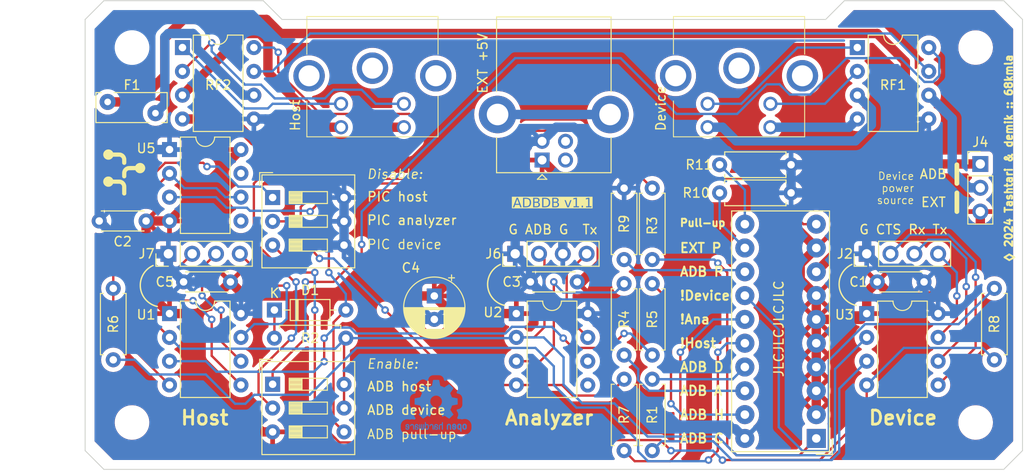
<source format=kicad_pcb>
(kicad_pcb (version 20221018) (generator pcbnew)
  (title_block (title "ADBDB") (date "2024-02-16") (rev "1.1") (company "68kmla") (comment 1 "https://github.com/demik/oldworld/blob/master/EDA/ADBDB/README.md"))
  (layers (0 "F.Cu" signal) (31 "B.Cu" signal) (37 "F.SilkS" user "F.Silkscreen") (38 "B.Mask" user) (39 "F.Mask" user) (44 "Edge.Cuts" user))
  (net 0 "")
  (net 1 "Net-(U3-RA4)")
  (net 2 "Net-(BAR1D-K)")
  (net 3 "Net-(J2-Pin_2)")
  (net 4 "Net-(J2-Pin_3)")
  (net 5 "Net-(J2-Pin_4)")
  (net 6 "GND")
  (net 7 "VBUS")
  (net 10 "Earth")
  (net 11 "Net-(BAR1A-A)")
  (net 12 "ADB_DEVICE")
  (net 13 "ADB_HOST")
  (net 14 "ADB_COMMON")
  (net 15 "Net-(RF2-Pin_6)")
  (net 16 "+5V")
  (net 17 "Net-(RF1-Pin_1)")
  (net 18 "Net-(RF1-Pin_2)")
  (net 19 "Net-(RF1-Pin_3)")
  (net 20 "Net-(RF1-Pin_4)")
  (net 21 "Net-(J4-Pin_2)")
  (net 22 "Net-(RF2-Pin_1)")
  (net 23 "Net-(RF2-Pin_2)")
  (net 24 "Net-(RF2-Pin_3)")
  (net 25 "Net-(RF2-Pin_4)")
  (net 26 "~{MCLR_DEVICE}")
  (net 27 "~{ADB_PWR}")
  (net 28 "Net-(BAR1J-A)")
  (net 29 "Net-(BAR1J-K)")
  (net 30 "Net-(BAR1I-K)")
  (net 31 "Net-(BAR1H-K)")
  (net 32 "Net-(BAR1G-K)")
  (net 33 "Net-(BAR1F-K)")
  (net 34 "Net-(BAR1E-K)")
  (net 35 "Net-(BAR1C-K)")
  (net 36 "Net-(BAR1B-K)")
  (net 39 "Net-(J6-Pin_4)")
  (net 40 "Net-(J7-Pin_2)")
  (net 41 "Net-(J7-Pin_3)")
  (net 42 "Net-(J7-Pin_4)")
  (net 43 "Net-(U2-RA4)")
  (net 44 "Net-(U1-RA4)")
  (net 45 "~{MCLR_HOST}")
  (net 46 "~{MCLR_ANALYZER}")
  (net 47 "Net-(D1-K)")
  (net 48 "Net-(U5-Q)")
  (footprint "Resistor_THT:R_Axial_DIN0207_L6.3mm_D2.5mm_P7.62mm_Horizontal" (layer "F.Cu") (at 130.5 90.38 -90)
    (fp_text reference "R1")
    (fp_text value "270Ω")
  )
  (footprint "Resistor_THT:R_Axial_DIN0207_L6.3mm_D2.5mm_P7.62mm_Horizontal" (layer "F.Cu") (at 127.5 87.81 90)
    (fp_text reference "R4")
    (fp_text value "270Ω")
  )
  (footprint "Resistor_THT:R_Axial_DIN0207_L6.3mm_D2.5mm_P7.62mm_Horizontal" (layer "F.Cu") (at 127.5 98 90)
    (fp_text reference "R7")
    (fp_text value "270Ω")
  )
  (footprint "ADB_logo_5mm:ADB_logo_5mm" (layer "F.Cu") (at 74.168 68.326)
    (fp_text reference "G***" hide)
    (fp_text value "LOGO" hide)
  )
  (footprint "Connector_PinHeader_2.54mm:PinHeader_1x04_P2.54mm_Vertical" (layer "F.Cu") (at 115.88 77 90)
    (fp_text reference "J6")
    (fp_text value "Conn_01x04")
  )
  (footprint "Button_Switch_THT:SW_DIP_SPSTx03_Slide_9.78x9.8mm_W7.62mm_P2.54mm" (layer "F.Cu") (at 90 90.92)
    (fp_text reference "SW1" hide)
    (fp_text value "SW_DIP_x03")
  )
  (footprint "Connector_PinHeader_2.54mm:PinHeader_1x04_P2.54mm_Vertical" (layer "F.Cu") (at 153.38 77 90)
    (fp_text reference "J2")
    (fp_text value "Conn_01x04")
  )
  (footprint "ADBDB:57491811" (layer "F.Cu") (at 136.41 61 180)
    (fp_text reference "J3" hide)
    (fp_text value "Mini-DIN-4" hide)
  )
  (footprint "Resistor_THT:R_Axial_DIN0207_L6.3mm_D2.5mm_P7.62mm_Horizontal" (layer "F.Cu") (at 90.19 86)
    (fp_text reference "R2")
    (fp_text value "470Ω")
  )
  (footprint "Package_DIP:DIP-8_W7.62mm" (layer "F.Cu") (at 116 83.38)
    (fp_text reference "U2")
    (fp_text value "PIC12F1840-IP")
  )
  (footprint "Package_DIP:DIP-8_W7.62mm" (layer "F.Cu") (at 79 65.88)
    (fp_text reference "U5")
    (fp_text value "NE555P")
  )
  (footprint "Connector_PinHeader_2.54mm:PinHeader_1x04_P2.54mm_Vertical" (layer "F.Cu") (at 78.88 77 90)
    (fp_text reference "J7")
    (fp_text value "Conn_01x04")
  )
  (footprint "Resistor_THT:R_Axial_DIN0207_L6.3mm_D2.5mm_P7.62mm_Horizontal" (layer "F.Cu") (at 130.5 80.19 -90)
    (fp_text reference "R5")
    (fp_text value "270Ω")
  )
  (footprint "Package_DIP:DIP-8_W7.62mm" (layer "F.Cu") (at 153.38 83.38)
    (fp_text reference "U3")
    (fp_text value "PIC12F1840-IP")
  )
  (footprint "Resistor_THT:R_Axial_DIN0207_L6.3mm_D2.5mm_P7.62mm_Horizontal" (layer "F.Cu") (at 137.69 70.5)
    (fp_text reference "R10")
    (fp_text value "270Ω")
  )
  (footprint "ADBDB:57491811" (layer "F.Cu") (at 97.3 61 180)
    (fp_text reference "J5" hide)
    (fp_text value "Mini-DIN-4" hide)
  )
  (footprint "Package_DIP:DIP-8_W7.62mm" (layer "F.Cu") (at 79 83.38)
    (fp_text reference "U1")
    (fp_text value "PIC12F1840-IP")
  )
  (footprint "Resistor_THT:R_Axial_DIN0207_L6.3mm_D2.5mm_P7.62mm_Horizontal" (layer "F.Cu") (at 137.69 67.5)
    (fp_text reference "R11")
    (fp_text value "270Ω")
  )
  (footprint "Capacitor_THT:C_Disc_D4.3mm_W1.9mm_P5.00mm" (layer "F.Cu") (at 80.5 80)
    (fp_text reference "C5")
    (fp_text value "100nF")
  )
  (footprint "Resistor_THT:R_Axial_DIN0207_L6.3mm_D2.5mm_P7.62mm_Horizontal" (layer "F.Cu") (at 73 88.31 90)
    (fp_text reference "R6")
    (fp_text value "270Ω")
  )
  (footprint "Connector_USB:USB_B_Lumberg_2411_02_Horizontal" (layer "F.Cu") (at 118.75 67 90)
    (fp_text reference "J1" hide)
    (fp_text value "Amphenol 61729")
  )
  (footprint "Capacitor_THT:C_Disc_D4.3mm_W1.9mm_P5.00mm" (layer "F.Cu") (at 117.5 80)
    (fp_text reference "C3")
    (fp_text value "100nF")
  )
  (footprint "Diode_THT:D_DO-35_SOD27_P7.62mm_Horizontal" (layer "F.Cu") (at 90.19 83)
    (fp_text reference "D1")
    (fp_text value "1N4148")
  )
  (footprint "MountingHole:MountingHole_3.2mm_M3" (layer "F.Cu") (at 75 95)
    (fp_text reference "H4" hide)
    (fp_text value "MountingHole")
  )
  (footprint "Display:HDSP-4840" (layer "F.Cu") (at 148 96.7 180)
    (fp_text reference "BAR1" hide)
    (fp_text value "HDSP-4840")
  )
  (footprint "Package_DIP:DIP-8_W7.62mm" (layer "F.Cu") (at 80.38 55)
    (fp_text reference "RF2")
    (fp_text value "LD11-0246FLF")
  )
  (footprint "MountingHole:MountingHole_3.2mm_M3" (layer "F.Cu") (at 165 95)
    (fp_text reference "H3" hide)
    (fp_text value "MountingHole")
  )
  (footprint "Capacitor_THT:C_Disc_D4.3mm_W1.9mm_P5.00mm" (layer "F.Cu") (at 159.5 80 180)
    (fp_text reference "C1")
    (fp_text value "100nF")
  )
  (footprint "Connector_PinHeader_2.54mm:PinHeader_1x03_P2.54mm_Vertical" (layer "F.Cu") (at 165.5 67.42)
    (fp_text reference "J4")
    (fp_text value "Conn_01x03")
  )
  (footprint "Capacitor_THT:C_Disc_D4.3mm_W1.9mm_P5.00mm" (layer "F.Cu") (at 76.5 73.5 180)
    (fp_text reference "C2")
    (fp_text value "100nF")
  )
  (footprint "Button_Switch_THT:SW_DIP_SPSTx03_Slide_9.78x9.8mm_W7.62mm_P2.54mm" (layer "F.Cu") (at 90 71)
    (fp_text reference "SW2" hide)
    (fp_text value "SW_DIP_x03")
  )
  (footprint "Capacitor_THT:CP_Radial_D6.3mm_P2.50mm" (layer "F.Cu") (at 107.25 81.5 -90)
    (fp_text reference "C4")
    (fp_text value "100uF")
  )
  (footprint "Resistor_THT:R_Axial_DIN0207_L6.3mm_D2.5mm_P7.62mm_Horizontal" (layer "F.Cu") (at 130.5 70 -90)
    (fp_text reference "R3")
    (fp_text value "270Ω")
  )
  (footprint "Fuse:Fuse_Bourns_MF-RHT050" (layer "F.Cu") (at 77.5 62 180)
    (fp_text reference "F1")
    (fp_text value "Polyfuse MF-R020")
  )
  (footprint "Resistor_THT:R_Axial_DIN0207_L6.3mm_D2.5mm_P7.62mm_Horizontal" (layer "F.Cu") (at 127.5 77.62 90)
    (fp_text reference "R9")
    (fp_text value "270Ω")
  )
  (footprint "Package_DIP:DIP-8_W7.62mm" (layer "F.Cu") (at 152.38 55)
    (fp_text reference "RF1")
    (fp_text value "LD11-0246FLF")
  )
  (footprint "Resistor_THT:R_Axial_DIN0207_L6.3mm_D2.5mm_P7.62mm_Horizontal" (layer "F.Cu") (at 167 80.69 -90)
    (fp_text reference "R8")
    (fp_text value "270Ω")
  )
  (footprint "MountingHole:MountingHole_3.2mm_M3" (layer "F.Cu") (at 165 55)
    (fp_text reference "H2" hide)
    (fp_text value "MountingHole")
  )
  (footprint "MountingHole:MountingHole_3.2mm_M3" (layer "F.Cu") (at 75 55)
    (fp_text reference "H1" hide)
    (fp_text value "MountingHole")
  )
  (footprint "Symbol:OSHW-Logo2_7.3x6mm_Copper" (layer "B.Cu") (at 107.442 93.218 180)
    (fp_text reference "REF**" hide)
    (fp_text value "OSHW-Logo2_7.3x6mm_Copper" hide)
  )
  (gr_line (start 163 69.5) (end 163 67.5) (stroke (width 0.5)) (layer "F.SilkS"))
  (gr_line (start 163 72.5) (end 163 70.5) (stroke (width 0.5)) (layer "F.SilkS"))
  (gr_arc (start 77.704247 82.622542) (mid 75.894776 80.600655) (end 77.25 78.25) (stroke (width 0.15)) (layer "F.SilkS"))
  (gr_arc (start 114.757952 82.510983) (mid 112.948481 80.489096) (end 114.303705 78.138441) (stroke (width 0.15)) (layer "F.SilkS"))
  (gr_arc (start 152.257952 82.510983) (mid 150.448481 80.489096) (end 151.803705 78.138441) (stroke (width 0.15)) (layer "F.SilkS"))
  (gr_line (start 89 50) (end 72 50) (stroke (width 0.1)) (layer "Edge.Cuts"))
  (gr_line (start 170 52) (end 168 50) (stroke (width 0.1)) (layer "Edge.Cuts"))
  (gr_line (start 168 100) (end 72 100) (stroke (width 0.1)) (layer "Edge.Cuts"))
  (gr_line (start 70 98) (end 70 52) (stroke (width 0.1)) (layer "Edge.Cuts"))
  (gr_line (start 170 52) (end 170 98) (stroke (width 0.1)) (layer "Edge.Cuts"))
  (gr_line (start 70 98) (end 72 100) (stroke (width 0.1)) (layer "Edge.Cuts"))
  (gr_line (start 70 52) (end 72 50) (stroke (width 0.1)) (layer "Edge.Cuts"))
  (gr_line (start 91 52) (end 89 50) (stroke (width 0.1)) (layer "Edge.Cuts"))
  (gr_line (start 151 50) (end 168 50) (stroke (width 0.1)) (layer "Edge.Cuts"))
  (gr_line (start 149 52) (end 91 52) (stroke (width 0.1)) (layer "Edge.Cuts"))
  (gr_line (start 168 100) (end 170 98) (stroke (width 0.1)) (layer "Edge.Cuts"))
  (gr_line (start 149 52) (end 151 50) (stroke (width 0.1)) (layer "Edge.Cuts"))
  (gr_text "ADB device" (at 100 94.25) (layer "F.SilkS") (effects (font (size 1 1)) (justify left bottom)))
  (gr_text "Host" (at 82.75 94.5) (layer "F.SilkS") (effects (font (size 1.5 1.5) (thickness 0.3) bold)))
  (gr_text "Enable:" (at 100 88.75) (layer "F.SilkS") (effects (font (size 1 1) (thickness 0.125) italic) (justify left)))
  (gr_text "ADB host" (at 100 91.75) (layer "F.SilkS") (effects (font (size 1 1)) (justify left bottom)))
  (gr_text "EXT P" (at 133.35 76.962) (layer "F.SilkS") (effects (font (size 1 1) (thickness 0.2) bold) (justify left bottom)))
  (gr_text "PIC host" (at 100 71.5) (layer "F.SilkS") (effects (font (size 1 1)) (justify left bottom)))
  (gr_text "ADB P" (at 133.35 79.502) (layer "F.SilkS") (effects (font (size 1 1) (thickness 0.2) bold) (justify left bottom)))
  (gr_text "Device" (at 132 64 90) (layer "F.SilkS") (effects (font (size 1 1)) (justify left bottom)))
  (gr_text "PIC analyzer" (at 100 74) (layer "F.SilkS") (effects (font (size 1 1)) (justify left bottom)))
  (gr_text "Host" (at 93 64 90) (layer "F.SilkS") (effects (font (size 1 1)) (justify left bottom)))
  (gr_text "Device\npower\nsource" (at 158.5 70) (layer "F.SilkS") (effects (font (size 0.8 0.8) (thickness 0.1)) (justify right)))
  (gr_text "ADB" (at 162 68.5) (layer "F.SilkS") (effects (font (size 1 1)) (justify right)))
  (gr_text "!Device" (at 133.35 82.042) (layer "F.SilkS") (effects (font (size 1 1) (thickness 0.2) bold) (justify left bottom)))
  (gr_text "ADB A" (at 133.35 92.202) (layer "F.SilkS") (effects (font (size 1 1) (thickness 0.2) bold) (justify left bottom)))
  (gr_text "EXT" (at 160.5 71.5) (layer "F.SilkS") (effects (font (size 1 1))))
  (gr_text "Analyzer" (at 119.5 94.5) (layer "F.SilkS") (effects (font (size 1.5 1.5) (thickness 0.3) bold)))
  (gr_text "G ADB G  Tx" (at 115.062 75) (layer "F.SilkS") (effects (font (size 1 1)) (justify left bottom)))
  (gr_text "!Ana" (at 133.35 84.582) (layer "F.SilkS") (effects (font (size 1 1) (thickness 0.2) bold) (justify left bottom)))
  (gr_text "!Host" (at 133.35 87.122) (layer "F.SilkS") (effects (font (size 1 1) (thickness 0.2) bold) (justify left bottom)))
  (gr_text "PIC device" (at 100 76) (layer "F.SilkS") (effects (font (size 1 1) (thickness 0.125)) (justify left)))
  (gr_text "EXT +5V" (at 113 60 90) (layer "F.SilkS") (effects (font (size 1 1)) (justify left bottom)))
  (gr_text "◊ 2024 Tashtari & demik :: 68kmla" (at 169 78 90) (layer "F.SilkS") (effects (font (size 0.8 0.8) (thickness 0.2) bold) (justify left bottom)))
  (gr_text "ADB H" (at 133.35 94.742) (layer "F.SilkS") (effects (font (size 1 1) (thickness 0.2) bold) (justify left bottom)))
  (gr_text "ADB D" (at 133.35 89.662) (layer "F.SilkS") (effects (font (size 1 1) (thickness 0.2) bold) (justify left bottom)))
  (gr_text "ADB C" (at 133.35 97.282) (layer "F.SilkS") (effects (font (size 1 1) (thickness 0.2) bold) (justify left bottom)))
  (gr_text "Pull-up" (at 133.35 74.168) (layer "F.SilkS") (effects (font (size 0.8 0.8) (thickness 0.2) bold) (justify left bottom)))
  (gr_text "Device" (at 157.25 94.5) (layer "F.SilkS") (effects (font (size 1.5 1.5) (thickness 0.3) bold)))
  (gr_text "Disable:" (at 100 68.5) (layer "F.SilkS") (effects (font (size 1 1) (thickness 0.125) italic) (justify left)))
  (gr_text "JLCJLCJLCJLC" (at 144 85 90) (layer "F.SilkS") (effects (font (size 1 1))))
  (gr_text "G CTS Rx Tx" (at 152.5 75) (layer "F.SilkS") (effects (font (size 1 1)) (justify left bottom)))
  (gr_text "ADBDB v1.1" (at 119.888 71.628) (layer "F.SilkS" knockout) (effects (font (size 1 1))))
  (gr_text "ADB pull-up" (at 100 96.25) (layer "F.SilkS") (effects (font (size 1 1) (thickness 0.125)) (justify left)))
  (segment (start 150.45 98.204792) (end 149.654792 99) (width 0.25) (layer "B.Cu") (net 1))
  (segment (start 131.5 97) (end 130.5 98) (width 0.25) (layer "B.Cu") (net 1))
  (segment (start 150.45 91.39) (end 150.45 98.204792) (width 0.25) (layer "B.Cu") (net 1))
  (segment (start 137 97) (end 131.5 97) (width 0.25) (layer "B.Cu") (net 1))
  (segment (start 149.654792 99) (end 139 99) (width 0.25) (layer "B.Cu") (net 1))
  (segment (start 139 99) (end 137 97) (width 0.25) (layer "B.Cu") (net 1))
  (segment (start 153.38 88.46) (end 150.45 91.39) (width 0.25) (layer "B.Cu") (net 1))
  (segment (start 130.5 90.38) (end 139.08 90.38) (width 0.25) (layer "B.Cu") (net 2))
  (segment (start 139.08 90.38) (end 140.38 89.08) (width 0.25) (layer "B.Cu") (net 2))
  (segment (start 165 87) (end 165 79.5) (width 0.25) (layer "F.Cu") (net 3))
  (segment (start 161 91) (end 165 87) (width 0.25) (layer "F.Cu") (net 3))
  (via (at 165 79.5) (size 0.8) (drill 0.4) (layers "F.Cu" "B.Cu") (net 3))
  (segment (start 165 79.5) (end 165 77.863604) (width 0.25) (layer "B.Cu") (net 3))
  (segment (start 162.096396 74.96) (end 157.96 74.96) (width 0.25) (layer "B.Cu") (net 3))
  (segment (start 157.96 74.96) (end 155.92 77) (width 0.25) (layer "B.Cu") (net 3))
  (segment (start 165 77.863604) (end 162.096396 74.96) (width 0.25) (layer "B.Cu") (net 3))
  (segment (start 164 85.46) (end 164 80.5) (width 0.25) (layer "F.Cu") (net 4))
  (segment (start 161 88.46) (end 164 85.46) (width 0.25) (layer "F.Cu") (net 4))
  (via (at 164 80.5) (size 0.8) (drill 0.4) (layers "F.Cu" "B.Cu") (net 4))
  (segment (start 159.96 75.5) (end 158.46 77) (width 0.25) (layer "B.Cu") (net 4))
  (segment (start 164 77.5) (end 162 75.5) (width 0.25) (layer "B.Cu") (net 4))
  (segment (start 164 80.5) (end 164 77.5) (width 0.25) (layer "B.Cu") (net 4))
  (segment (start 162 75.5) (end 159.96 75.5) (width 0.25) (layer "B.Cu") (net 4))
  (segment (start 163 83.92) (end 163 81.5) (width 0.25) (layer "F.Cu") (net 5))
  (segment (start 161 85.92) (end 163 83.92) (width 0.25) (layer "F.Cu") (net 5))
  (via (at 163 81.5) (size 0.8) (drill 0.4) (layers "F.Cu" "B.Cu") (net 5))
  (segment (start 163 81.5) (end 163 79) (width 0.25) (layer "B.Cu") (net 5))
  (segment (start 163 79) (end 161 77) (width 0.25) (layer "B.Cu") (net 5))
  (segment (start 86.62 83.38) (end 93.92 76.08) (width 1) (layer "B.Cu") (net 6))
  (segment (start 127.5 68.86863) (end 122.13137 63.5) (width 1) (layer "B.Cu") (net 6))
  (segment (start 131.5 66) (end 138.5 66) (width 1) (layer "B.Cu") (net 6))
  (segment (start 115.92 75.04) (end 115.88 75) (width 1) (layer "B.Cu") (net 6))
  (segment (start 117.5 78.62) (end 115.88 77) (width 1) (layer "B.Cu") (net 6))
  (segment (start 71.5 71) (end 76.62 65.88) (width 1) (layer "B.Cu") (net 6))
  (segment (start 120.96 75.04) (end 115.92 75.04) (width 1) (layer "B.Cu") (net 6))
  (segment (start 159.5 81.88) (end 161 83.38) (width 1) (layer "B.Cu") (net 6))
  (segment (start 75 77) (end 78.88 77) (width 1) (layer "B.Cu") (net 6))
  (segment (start 155.12 67.5) (end 145.31 67.5) (width 1) (layer "B.Cu") (net 6))
  (segment (start 97.62 71) (end 89.24 62.62) (width 1) (layer "B.Cu") (net 6))
  (segment (start 120.88 83.38) (end 117.5 80) (width 1) (layer "B.Cu") (net 6))
  (segment (start 145.31 70.5) (end 148.73 70.5) (width 1) (layer "B.Cu") (net 6))
  (segment (start 89.24 62.62) (end 88 62.62) (width 1) (layer "B.Cu") (net 6))
  (segment (start 127.5 70) (end 127.5 68.86863) (width 1) (layer "B.Cu") (net 6))
  (segment (start 140 67.5) (end 145.31 67.5) (width 1) (layer "B.Cu") (net 6))
  (segment (start 117.5 80) (end 117.5 78.62) (width 1) (layer "B.Cu") (net 6))
  (segment (start 83.24 80) (end 86.62 83.38) (width 1) (layer "B.Cu") (net 6))
  (segment (start 107.25 84) (end 112.38 84) (width 1) (layer "B.Cu") (net 6))
  (segment (start 97.62 76.08) (end 105.54 84) (width 1) (layer "B.Cu") (net 6))
  (segment (start 117.61863 65) (end 118.75 65) (width 1) (layer "B.Cu") (net 6))
  (segment (start 158.05 78.55) (end 159.5 80) (width 1) (layer "B.Cu") (net 6))
  (segment (start 139.355 95.675) (end 130.673679 95.675) (width 1) (layer "B.Cu") (net 6))
  (segment (start 115.88 66.73863) (end 117.61863 65) (width 1) (layer "B.Cu") (net 6))
  (segment (start 125.5 90.501321) (end 125.5 85.26) (width 1) (layer "B.Cu") (net 6))
  (segment (start 116.38 80) (end 117.5 80) (width 1) (layer "B.Cu") (net 6))
  (segment (start 145.31 67.5) (end 145.31 70.5) (width 1) (layer "B.Cu") (net 6))
  (segment (start 130.673679 95.675) (end 125.5 90.501321) (width 1) (layer "B.Cu") (net 6))
  (segment (start 80.5 80) (end 83.24 80) (width 1) (layer "B.Cu") (net 6))
  (segment (start 148.73 70.5) (end 153.38 75.15) (width 1) (layer "B.Cu") (net 6))
  (segment (start 140.38 96.7) (end 139.355 95.675) (width 1) (layer "B.Cu") (net 6))
  (segment (start 153.38 75.15) (end 153.38 77) (width 1) (layer "B.Cu") (net 6))
  (segment (start 120.96 77) (end 120.96 75.04) (width 1) (layer "B.Cu") (net 6))
  (segment (start 138.5 66) (end 140 67.5) (width 1) (layer "B.Cu") (net 6))
  (segment (start 76.62 65.88) (end 79 65.88) (width 1) (layer "B.Cu") (net 6))
  (segment (start 127.5 70) (end 131.5 66) (width 1) (layer "B.Cu") (net 6))
  (segment (start 154.93 78.55) (end 158.05 78.55) (width 1) (layer "B.Cu") (net 6))
  (segment (start 115.88 75) (end 115.88 66.73863) (width 1) (layer "B.Cu") (net 6))
  (segment (start 105.54 84) (end 107.25 84) (width 1) (layer "B.Cu") (net 6))
  (segment (start 153.38 77) (end 154.93 78.55) (width 1) (layer "B.Cu") (net 6))
  (segment (start 112.38 84) (end 116.38 80) (width 1) (layer "B.Cu") (net 6))
  (segment (start 93.92 76.08) (end 97.62 76.08) (width 1) (layer "B.Cu") (net 6))
  (segment (start 120.25 63.5) (end 118.75 65) (width 1) (layer "B.Cu") (net 6))
  (segment (start 97.62 76.08) (end 97.62 71) (width 1) (layer "B.Cu") (net 6))
  (segment (start 160 62.62) (end 155.12 67.5) (width 1) (layer "B.Cu") (net 6))
  (segment (start 78.88 77) (end 78.88 78.38) (width 1) (layer "B.Cu") (net 6))
  (segment (start 125.5 85.26) (end 123.62 83.38) (width 1) (layer "B.Cu") (net 6))
  (segment (start 115.88 77) (end 115.88 75) (width 1) (layer "B.Cu") (net 6))
  (segment (start 78.88 78.38) (end 80.5 80) (width 1) (layer "B.Cu") (net 6))
  (segment (start 71.5 73.5) (end 75 77) (width 1) (layer "B.Cu") (net 6))
  (segment (start 123.62 83.38) (end 120.88 83.38) (width 1) (layer "B.Cu") (net 6))
  (segment (start 122.13137 63.5) (end 120.25 63.5) (width 1) (layer "B.Cu") (net 6))
  (segment (start 71.5 73.5) (end 71.5 71) (width 1) (layer "B.Cu") (net 6))
  (segment (start 159.5 80) (end 159.5 81.88) (width 1) (layer "B.Cu") (net 6))
  (segment (start 107.25 81.5) (end 116.625 72.125) (width 1) (layer "F.Cu") (net 7))
  (segment (start 146.284 78.096) (end 146.284 79.744) (width 1) (layer "F.Cu") (net 7))
  (segment (start 123 80) (end 122.5 80) (width 1) (layer "F.Cu") (net 7))
  (segment (start 88.86863 96) (end 82.12 89.25137) (width 1) (layer "F.Cu") (net 7))
  (segment (start 76.5 80.88) (end 76.5 73.5) (width 1) (layer "F.Cu") (net 7))
  (segment (start 87 81.5) (end 85.5 80) (width 1) (layer "F.Cu") (net 7))
  (segment (start 143.62 72) (end 126.35 72) (width 1) (layer "F.Cu") (net 7))
  (segment (start 153.38 81.12) (end 154.5 80) (width 1) (layer "F.Cu") (net 7))
  (segment (start 153.38 83.38) (end 153.38 81.12) (width 1) (layer "F.Cu") (net 7))
  (segment (start 125.05 77.95) (end 123 80) (width 1) (layer "F.Cu") (net 7))
  (segment (start 82.12 83.38) (end 79 83.38) (width 1) (layer "F.Cu") (net 7))
  (segment (start 107.25 81.5) (end 87 81.5) (width 1) (layer "F.Cu") (net 7))
  (segment (start 156 81.5) (end 160.5 81.5) (width 1) (layer "F.Cu") (net 7))
  (segment (start 85.5 80) (end 82.12 83.38) (width 1) (layer "F.Cu") (net 7))
  (segment (start 148 94.16) (end 148 81.46) (width 1) (layer "F.Cu") (net 7))
  (segment (start 109.13 83.38) (end 107.25 81.5) (width 1) (layer "F.Cu") (net 7))
  (segment (start 118.75 67) (end 123.875 72.125) (width 1) (layer "F.Cu") (net 7))
  (segment (start 148 84) (end 152.76 84) (width 1) (layer "F.Cu") (net 7))
  (segment (start 154.5 80) (end 156 81.5) (width 1) (layer "F.Cu") (net 7))
  (segment (start 86.62 65.88) (end 79 73.5) (width 1) (layer "F.Cu") (net 7))
  (segment (start 148 76.38) (end 143.62 72) (width 1) (layer "F.Cu") (net 7))
  (segment (start 123.875 72.125) (end 125.05 73.3) (width 1) (layer "F.Cu") (net 7))
  (segment (start 146.284 79.744) (end 148 81.46) (width 1) (layer "F.Cu") (net 7))
  (segment (start 160.5 81.5) (end 165.5 76.5) (width 1) (layer "F.Cu") (net 7))
  (segment (start 148 76.38) (end 146.284 78.096) (width 1) (layer "F.Cu") (net 7))
  (segment (start 79 83.38) (end 76.5 80.88) (width 1) (layer "F.Cu") (net 7))
  (segment (start 125.05 73.3) (end 125.05 77.95) (width 1) (layer "F.Cu") (net 7))
  (segment (start 152.76 84) (end 153.38 83.38) (width 1) (layer "F.Cu") (net 7))
  (segment (start 82.12 89.25137) (end 82.12 83.38) (width 1) (layer "F.Cu") (net 7))
  (segment (start 126.35 72) (end 125.05 73.3) (width 1) (layer "F.Cu") (net 7))
  (segment (start 90 96) (end 88.86863 96) (width 1) (layer "F.Cu") (net 7))
  (segment (start 76.5 73.5) (end 79 73.5) (width 1) (layer "F.Cu") (net 7))
  (segment (start 116 83.38) (end 109.13 83.38) (width 1) (layer "F.Cu") (net 7))
  (segment (start 116.625 72.125) (end 123.875 72.125) (width 1) (layer "F.Cu") (net 7))
  (segment (start 165.5 76.5) (end 165.5 72.5) (width 1) (layer "F.Cu") (net 7))
  (segment (start 114 62.14) (end 126 62.14) (width 1) (layer "B.Cu") (net 10))
  (segment (start 138.5 79) (end 137.5 78) (width 0.25) (layer "F.Cu") (net 11))
  (segment (start 146.2 98.5) (end 139.5 98.5) (width 0.25) (layer "F.Cu") (net 11))
  (segment (start 148 96.7) (end 146.2 98.5) (width 0.25) (layer "F.Cu") (net 11))
  (segment (start 138.5 97.5) (end 138.5 79) (width 0.25) (layer "F.Cu") (net 11))
  (segment (start 139.5 98.5) (end 138.5 97.5) (width 0.25) (layer "F.Cu") (net 11))
  (via (at 137.5 78) (size 0.8) (drill 0.4) (layers "F.Cu" "B.Cu") (net 11))
  (segment (start 137.5 78) (end 137.12 77.62) (width 0.25) (layer "B.Cu") (net 11))
  (segment (start 137.12 77.62) (end 130.5 77.62) (width 0.25) (layer "B.Cu") (net 11))
  (segment (start 99.5 76) (end 99.5 77) (width 0.25) (layer "F.Cu") (net 12))
  (segment (start 99.5 77) (end 96.5 80) (width 0.25) (layer "F.Cu") (net 12))
  (segment (start 90 89.5) (end 93.5 86) (width 0.25) (layer "F.Cu") (net 12))
  (segment (start 90 90.92) (end 90 89.5) (width 0.25) (layer "F.Cu") (net 12))
  (segment (start 96.5 80) (end 93.5 80) (width 0.25) (layer "F.Cu") (net 12))
  (via (at 99.5 76) (size 0.8) (drill 0.4) (layers "F.Cu" "B.Cu") (net 12))
  (via (at 93.5 86) (size 0.8) (drill 0.4) (layers "F.Cu" "B.Cu") (net 12))
  (via (at 93.5 80) (size 0.8) (drill 0.4) (layers "F.Cu" "B.Cu") (net 12))
  (segment (start 147.34967 60.013) (end 145.17333 60.013) (width 0.25) (layer "B.Cu") (net 12))
  (segment (start 161.125 56.125) (end 161.125 58.005991) (width 0.25) (layer "B.Cu") (net 12))
  (segment (start 151.23767 56.125) (end 147.34967 60.013) (width 0.25) (layer "B.Cu") (net 12))
  (segment (start 156.994009 56.125) (end 151.23767 56.125) (width 0.25) (layer "B.Cu") (net 12))
  (segment (start 144.080165 58.919835) (end 142.716561 58.919835) (width 0.25) (layer "B.Cu") (net 12))
  (segment (start 142.716561 58.919835) (end 139.556896 62.0795) (width 0.25) (layer "B.Cu") (net 12))
  (segment (start 127.125 56.125) (end 115.875 56.125) (width 0.25) (layer "B.Cu") (net 12))
  (segment (start 145.17333 60.013) (end 144.080165 58.919835) (width 0.25) (layer "B.Cu") (net 12))
  (segment (start 133.0795 62.0795) (end 127.125 56.125) (width 0.25) (layer "B.Cu") (net 12))
  (segment (start 115.875 56.125) (end 99.5 72.5) (width 0.25) (layer "B.Cu") (net 12))
  (segment (start 160 55) (end 161.125 56.125) (width 0.25) (layer "B.Cu") (net 12))
  (segment (start 160.465991 58.665) (end 159.534009 58.665) (width 0.25) (layer "B.Cu") (net 12))
  (segment (start 139.556896 62.0795) (end 133.0795 62.0795) (width 0.25) (layer "B.Cu") (net 12))
  (segment (start 161.125 58.005991) (end 160.465991 58.665) (width 0.25) (layer "B.Cu") (net 12))
  (segment (start 99.5 72.5) (end 99.5 76) (width 0.25) (layer "B.Cu") (net 12))
  (segment (start 159.534009 58.665) (end 156.994009 56.125) (width 0.25) (layer "B.Cu") (net 12))
  (segment (start 93.5 80) (end 93.5 86) (width 0.25) (layer "B.Cu") (net 12))
  (segment (start 95.0795 62.0795) (end 90.5995 57.5995) (width 0.25) (layer "F.Cu") (net 13))
  (segment (start 92.5 80) (end 92.329009 80) (width 0.25) (layer "F.Cu") (net 13))
  (segment (start 92.329009 80) (end 88 75.670991) (width 0.25) (layer "F.Cu") (net 13))
  (segment (start 88.5 91.96) (end 90 93.46) (width 0.25) (layer "F.Cu") (net 13))
  (segment (start 104.5795 62.0795) (end 95.0795 62.0795) (width 0.25) (layer "F.Cu") (net 13))
  (segment (start 104.5 66) (end 105.5 65) (width 0.25) (layer "F.Cu") (net 13))
  (segment (start 105.5 65) (end 105.5 63) (width 0.25) (layer "F.Cu") (net 13))
  (segment (start 88 69.5) (end 91.5 66) (width 0.25) (layer "F.Cu") (net 13))
  (segment (start 91.5 66) (end 104.5 66) (width 0.25) (layer "F.Cu") (net 13))
  (segment (start 90.5995 57.5995) (end 90.5995 55.5) (width 0.25) (layer "F.Cu") (net 13))
  (segment (start 88 75.670991) (end 88 69.5) (width 0.25) (layer "F.Cu") (net 13))
  (segment (start 92 86) (end 88.5 89.5) (width 0.25) (layer "F.Cu") (net 13))
  (segment (start 105.5 63) (end 104.5795 62.0795) (width 0.25) (layer "F.Cu") (net 13))
  (segment (start 88.5 89.5) (end 88.5 91.96) (width 0.25) (layer "F.Cu") (net 13))
  (via (at 92 86) (size 0.8) (drill 0.4) (layers "F.Cu" "B.Cu") (net 13))
  (via (at 90.5995 55.5) (size 0.8) (drill 0.4) (layers "F.Cu" "B.Cu") (net 13))
  (via (at 92.5 80) (size 0.8) (drill 0.4) (layers "F.Cu" "B.Cu") (net 13))
  (segment (start 90.5995 55.5) (end 90.0995 55) (width 0.25) (layer "B.Cu") (net 13))
  (segment (start 92.5 85.5) (end 92 86) (width 0.25) (layer "B.Cu") (net 13))
  (segment (start 90.0995 55) (end 88 55) (width 0.25) (layer "B.Cu") (net 13))
  (segment (start 92.5 80) (end 92.5 85.5) (width 0.25) (layer "B.Cu") (net 13))
  (segment (start 119 77.58) (end 118.42 77) (width 0.25) (layer "F.Cu") (net 14))
  (segment (start 119 84.823604) (end 119 77.58) (width 0.25) (layer "F.Cu") (net 14))
  (segment (start 117.903604 85.92) (end 119 84.823604) (width 0.25) (layer "F.Cu") (net 14))
  (segment (start 116 85.92) (end 117.903604 85.92) (width 0.25) (layer "F.Cu") (net 14))
  (segment (start 75 81.92) (end 79 85.92) (width 0.25) (layer "F.Cu") (net 14))
  (segment (start 97.62 90.92) (end 97.62 86.19) (width 0.25) (layer "F.Cu") (net 14))
  (segment (start 97.62 93.46) (end 97.62 90.92) (width 0.25) (layer "F.Cu") (net 14))
  (segment (start 75 72.42) (end 75 81.92) (width 0.25) (layer "F.Cu") (net 14))
  (segment (start 79 68.42) (end 75 72.42) (width 0.25) (layer "F.Cu") (net 14))
  (segment (start 80.58 70) (end 79 68.42) (width 0.25) (layer "B.Cu") (net 14))
  (segment (start 121.04 90.96) (end 123.04 92.96) (width 0.25) (layer "B.Cu") (net 14))
  (segment (start 79 85.92) (end 80.205 87.125) (width 0.25) (layer "B.Cu") (net 14))
  (segment (start 86.62 70.96) (end 84.96 70.96) (width 0.25) (layer "B.Cu") (net 14))
  (segment (start 126.46 92.96) (end 123.04 92.96) (width 0.25) (layer "B.Cu") (net 14))
  (segment (start 118.92 85.92) (end 116 85.92) (width 0.25) (layer "B.Cu") (net 14))
  (segment (start 130 96.5) (end 126.46 92.96) (width 0.25) (layer "B.Cu") (net 14))
  (segment (start 84.96 70.96) (end 84 70) (width 0.25) (layer "B.Cu") (net 14))
  (segment (start 97.81 86) (end 115.92 86) (width 0.25) (layer "B.Cu") (net 14))
  (segment (start 121.04 88.04) (end 118.92 85.92) (width 0.25) (layer "B.Cu") (net 14))
  (segment (start 150 98.018396) (end 150 89.3) (width 0.25) (layer "B.Cu") (net 14))
  (segment (start 139.491 98.491) (end 149.527396 98.491) (width 0.25) (layer "B.Cu") (net 14))
  (segment (start 137.5 96.5) (end 139.491 98.491) (width 0.25) (layer "B.Cu") (net 14))
  (segment (start 121.04 90.96) (end 121.04 88.04) (width 0.25) (layer "B.Cu") (net 14))
  (segment (start 84 70) (end 80.58 70) (width 0.25) (layer "B.Cu") (net 14))
  (segment (start 150 89.3) (end 153.38 85.92) (width 0.25) (layer "B.Cu") (net 14))
  (segment (start 130 96.5) (end 137.5 96.5) (width 0.25) (layer "B.Cu") (net 14))
  (segment (start 80.205 87.125) (end 96.685 87.125) (width 0.25) (layer "B.Cu") (net 14))
  (segment (start 149.527396 98.491) (end 150 98.018396) (width 0.25) (layer "B.Cu") (net 14))
  (segment (start 96.685 87.125) (end 97.81 86) (width 0.25) (layer "B.Cu") (net 14))
  (segment (start 78.88 53.5) (end 81.5 53.5) (width 1) (layer "B.Cu") (net 15))
  (segment (start 81.88 53.88) (end 81.88 55.09137) (width 1) (layer "B.Cu") (net 15))
  (segment (start 78.5 61) (end 78.5 53.88) (width 1) (layer "B.Cu") (net 15))
  (segment (start 77.5 62) (end 78.5 61) (width 1) (layer "B.Cu") (net 15))
  (segment (start 86.86863 60.08) (end 88 60.08) (width 1) (layer "B.Cu") (net 15))
  (segment (start 81.88 55.09137) (end 86.86863 60.08) (width 1) (layer "B.Cu") (net 15))
  (segment (start 78.5 53.88) (end 78.88 53.5) (width 1) (layer "B.Cu") (net 15))
  (segment (start 81.5 53.5) (end 81.88 53.88) (width 1) (layer "B.Cu") (net 15))
  (segment (start 154.5 53.5) (end 90.85 53.5) (width 1) (layer "F.Cu") (net 16))
  (segment (start 157.5 56.5) (end 154.5 53.5) (width 1) (layer "F.Cu") (net 16))
  (segment (start 72.4 60.8) (end 75.7 60.8) (width 1) (layer "F.Cu") (net 16))
  (segment (start 78.5 58) (end 78.5 54) (width 1) (layer "F.Cu") (net 16))
  (segment (start 80.5 52) (end 89.35 52) (width 1) (layer "F.Cu") (net 16))
  (segment (start 90.85 53.5) (end 89.35 52) (width 1) (layer "F.Cu") (net 16))
  (segment (start 78.5 54) (end 80.5 52) (width 1) (layer "F.Cu") (net 16))
  (segment (start 159.5 67.42) (end 157.5 65.42) (width 1) (layer "F.Cu") (net 16))
  (segment (start 165.5 67.42) (end 159.5 67.42) (width 1) (layer "F.Cu") (net 16))
  (segment (start 159.5 67.42) (end 148 78.92) (width 1) (layer "F.Cu") (net 16))
  (segment (start 75.7 60.8) (end 78.5 58) (width 1) (layer "F.Cu") (net 16))
  (segment (start 157.5 65.42) (end 157.5 56.5) (width 1) (layer "F.Cu") (net 16))
  (segment (start 146 55) (end 152.38 55) (width 0.25) (layer "B.Cu") (net 17))
  (segment (start 136.41 61) (end 140 61) (width 0.25) (layer "B.Cu") (net 17))
  (segment (start 140 61) (end 146 55) (width 0.25) (layer "B.Cu") (net 17))
  (segment (start 148.92 61) (end 152.38 57.54) (width 0.25) (layer "B.Cu") (net 18))
  (segment (start 143.11 61) (end 148.92 61) (width 0.25) (layer "B.Cu") (net 18))
  (segment (start 152.166821 64.9545) (end 139.4545 64.9545) (width 1) (layer "B.Cu") (net 19))
  (segment (start 152.38 60.08) (end 153.88 61.58) (width 1) (layer "B.Cu") (net 19))
  (segment (start 138 63.5) (end 136.41 63.5) (width 1) (layer "B.Cu") (net 19))
  (segment (start 153.88 63.241321) (end 152.166821 64.9545) (width 1) (layer "B.Cu") (net 19))
  (segment (start 153.88 61.58) (end 153.88 63.241321) (width 1) (layer "B.Cu") (net 19))
  (segment (start 139.4545 64.9545) (end 138 63.5) (width 1) (layer "B.Cu") (net 19))
  (segment (start 152.38 62.62) (end 151.5 63.5) (width 1) (layer "B.Cu") (net 20))
  (segment (start 151.5 63.5) (end 143.11 63.5) (width 1) (layer "B.Cu") (net 20))
  (segment (start 165.5 69.96) (end 164.297919 69.96) (width 1) (layer "B.Cu") (net 21))
  (segment (start 162.5 62.58) (end 160 60.08) (width 1) (layer "B.Cu") (net 21))
  (segment (start 164.297919 69.96) (end 162.5 68.162081) (width 1) (layer "B.Cu") (net 21))
  (segment (start 162.5 68.162081) (end 162.5 62.58) (width 1) (layer "B.Cu") (net 21))
  (segment (start 86.995 61.495) (end 80.5 55) (width 0.25) (layer "B.Cu") (net 22))
  (segment (start 89.995 61) (end 89.5 61.495) (width 0.25) (layer "B.Cu") (net 22))
  (segment (start 89.5 61.495) (end 86.995 61.495) (width 0.25) (layer "B.Cu") (net 22))
  (segment (start 97.3 61) (end 89.995 61) (width 0.25) (layer "B.Cu") (net 22))
  (segment (start 83.5 54.5) (end 83.42 54.5) (width 0.25) (layer "F.Cu") (net 23))
  (segment (start 83.42 54.5) (end 80.38 57.54) (width 0.25) (layer "F.Cu") (net 23))
  (via (at 83.5 54.5) (size 0.8) (drill 0.4) (layers "F.Cu" "B.Cu") (net 23))
  (segment (start 87.045 58.955) (end 88.75599 58.955) (width 0.25) (layer "B.Cu") (net 23))
  (segment (start 101 61) (end 104 61) (width 0.25) (layer "B.Cu") (net 23))
  (segment (start 99.5 59.5) (end 101 61) (width 0.25) (layer "B.Cu") (net 23))
  (segment (start 90.225991 60.425) (end 95.575 60.425) (width 0.25) (layer "B.Cu") (net 23))
  (segment (start 95.575 60.425) (end 96.5 59.5) (width 0.25) (layer "B.Cu") (net 23))
  (segment (start 83.5 55.41) (end 83.5 54.5) (width 0.25) (layer "B.Cu") (net 23))
  (segment (start 96.5 59.5) (end 99.5 59.5) (width 0.25) (layer "B.Cu") (net 23))
  (segment (start 88.75599 58.955) (end 90.225991 60.425) (width 0.25) (layer "B.Cu") (net 23))
  (segment (start 87.045 58.955) (end 83.5 55.41) (width 0.25) (layer "B.Cu") (net 23))
  (segment (start 97.3 63.5) (end 95.333274 63.5) (width 1) (layer "F.Cu") (net 24))
  (segment (start 89.5 54.378679) (end 88.621321 53.5) (width 1) (layer "F.Cu") (net 24))
  (segment (start 88.621321 53.5) (end 86.96 53.5) (width 1) (layer "F.Cu") (net 24))
  (segment (start 86.96 53.5) (end 80.38 60.08) (width 1) (layer "F.Cu") (net 24))
  (segment (start 95.333274 63.5) (end 89.5 57.666726) (width 1) (layer "F.Cu") (net 24))
  (segment (start 89.5 57.666726) (end 89.5 54.378679) (width 1) (layer "F.Cu") (net 24))
  (segment (start 87.9545 64.9545) (end 85.62 62.62) (width 1) (layer "F.Cu") (net 25))
  (segment (start 85.62 62.62) (end 80.38 62.62) (width 1) (layer "F.Cu") (net 25))
  (segment (start 104 63.5) (end 101.4545 63.5) (width 1) (layer "F.Cu") (net 25))
  (segment (start 101.4545 63.5) (end 100 64.9545) (width 1) (layer "F.Cu") (net 25))
  (segment (start 100 64.9545) (end 87.9545 64.9545) (width 1) (layer "F.Cu") (net 25))
  (segment (start 92.92 79) (end 90 76.08) (width 0.25) (layer "F.Cu") (net 26))
  (segment (start 132.5 98) (end 131.375 96.875) (width 0.25) (layer "F.Cu") (net 26))
  (segment (start 148.382 99) (end 138 99) (width 0.25) (layer "F.Cu") (net 26))
  (segment (start 94.5 79) (end 92.92 79) (width 0.25) (layer "F.Cu") (net 26))
  (segment (start 102.915991 96.875) (end 102.665991 97.125) (width 0.25) (layer "F.Cu") (net 26))
  (segment (start 102.665991 97.125) (end 97.125 97.125) (width 0.25) (layer "F.Cu") (net 26))
  (segment (start 131.375 96.875) (end 102.915991 96.875) (width 0.25) (layer "F.Cu") (net 26))
  (segment (start 153.38 94.002) (end 148.382 99) (width 0.25) (layer "F.Cu") (net 26))
  (segment (start 97.125 97.125) (end 94.5 94.5) (width 0.25) (layer "F.Cu") (net 26))
  (segment (start 153.38 91) (end 153.38 94.002) (width 0.25) (layer "F.Cu") (net 26))
  (segment (start 138 99) (end 137.987701 99.012299) (width 0.25) (layer "F.Cu") (net 26))
  (segment (start 94.5 94.5) (end 94.5 83) (width 0.25) (layer "F.Cu") (net 26))
  (via (at 137.987701 99.012299) (size 0.8) (drill 0.4) (layers "F.Cu" "B.Cu") (net 26))
  (via (at 94.5 83) (size 0.8) (drill 0.4) (layers "F.Cu" "B.Cu") (net 26))
  (via (at 94.5 79) (size 0.8) (drill 0.4) (layers "F.Cu" "B.Cu") (net 26))
  (via (at 132.5 98) (size 0.8) (drill 0.4) (layers "F.Cu" "B.Cu") (net 26))
  (segment (start 167 88.31) (end 165.735 87.045) (width 0.25) (layer "B.Cu") (net 26))
  (segment (start 157.335 87.045) (end 153.38 91) (width 0.25) (layer "B.Cu") (net 26))
  (segment (start 136.975402 98) (end 132.5 98) (width 0.25) (layer "B.Cu") (net 26))
  (segment (start 165.735 87.045) (end 157.335 87.045) (width 0.25) (layer "B.Cu") (net 26))
  (segment (start 94.5 79) (end 94.5 83) (width 0.25) (layer "B.Cu") (net 26))
  (segment (start 137.987701 99.012299) (end 136.975402 98) (width 0.25) (layer "B.Cu") (net 26))
  (segment (start 94 53.5) (end 89.96 57.54) (width 0.25) (layer "B.Cu") (net 27))
  (segment (start 160 57.54) (end 155.96 53.5) (width 0.25) (layer "B.Cu") (net 27))
  (segment (start 155.96 53.5) (end 94 53.5) (width 0.25) (layer "B.Cu") (net 27))
  (segment (start 89.96 57.54) (end 88 57.54) (width 0.25) (layer "B.Cu") (net 27))
  (segment (start 133.574024 66.425976) (end 132.148048 65) (width 0.25) (layer "F.Cu") (net 28))
  (segment (start 93 72) (end 94.75 70.25) (width 0.25) (layer "F.Cu") (net 28))
  (segment (start 96 76) (end 93 73) (width 0.25) (layer "F.Cu") (net 28))
  (segment (start 117.075 63.425) (end 111.5 69) (width 0.25) (layer "F.Cu") (net 28))
  (segment (start 93 73) (end 93 72) (width 0.25) (layer "F.Cu") (net 28))
  (segment (start 133.574024 66.425976) (end 136.148047 69) (width 0.25) (layer "F.Cu") (net 28))
  (segment (start 132.148048 65) (end 124.261396 65) (width 0.25) (layer "F.Cu") (net 28))
  (segment (start 146.626726 73.84) (end 148 73.84) (width 0.25) (layer "F.Cu") (net 28))
  (segment (start 122.686396 63.425) (end 117.075 63.425) (width 0.25) (layer "F.Cu") (net 28))
  (segment (start 96.495 94.875) (end 97.62 96) (width 0.25) (layer "F.Cu") (net 28))
  (segment (start 111.5 69) (end 96 69) (width 0.25) (layer "F.Cu") (net 28))
  (segment (start 124.261396 65) (end 122.686396 63.425) (width 0.25) (layer "F.Cu") (net 28))
  (segment (start 96 79) (end 96 76) (width 0.25) (layer "F.Cu") (net 28))
  (segment (start 96 69) (end 94.75 70.25) (width 0.25) (layer "F.Cu") (net 28))
  (segment (start 136.148047 69) (end 141.786726 69) (width 0.25) (layer "F.Cu") (net 28))
  (segment (start 141.786726 69) (end 146.626726 73.84) (width 0.25) (layer "F.Cu") (net 28))
  (segment (start 97.81 83) (end 96.495 84.315) (width 0.25) (layer "F.Cu") (net 28))
  (segment (start 96.495 84.315) (end 96.495 94.875) (width 0.25) (layer "F.Cu") (net 28))
  (via (at 96 79) (size 0.8) (drill 0.4) (layers "F.Cu" "B.Cu") (net 28))
  (segment (start 97.81 81.287546) (end 97.81 83) (width 0.25) (layer "B.Cu") (net 28))
  (segment (start 96 79) (end 97.81 81.287546) (width 0.25) (layer "B.Cu") (net 28))
  (segment (start 140.38 73.84) (end 140.38 70.19) (width 0.25) (layer "B.Cu") (net 29))
  (segment (start 140.38 70.19) (end 137.69 67.5) (width 0.25) (layer "B.Cu") (net 29))
  (segment (start 140.38 76.38) (end 137.69 73.69) (width 0.25) (layer "B.Cu") (net 30))
  (segment (start 137.69 73.69) (end 137.69 70.5) (width 0.25) (layer "B.Cu") (net 30))
  (segment (start 128.625 78.745) (end 127.5 77.62) (width 0.25) (layer "B.Cu") (net 31))
  (segment (start 140.205 78.745) (end 128.625 78.745) (width 0.25) (layer "B.Cu") (net 31))
  (segment (start 146.541 98.041) (end 144 95.5) (width 0.25) (layer "B.Cu") (net 32))
  (segment (start 149.341 88.368009) (end 149.341 98.041) (width 0.25) (layer "B.Cu") (net 32))
  (segment (start 144 85.08) (end 140.38 81.46) (width 0.25) (layer "B.Cu") (net 32))
  (segment (start 163.185 84.505) (end 153.204009 84.505) (width 0.25) (layer "B.Cu") (net 32))
  (segment (start 144 95.5) (end 144 85.08) (width 0.25) (layer "B.Cu") (net 32))
  (segment (start 149.341 98.041) (end 146.541 98.041) (width 0.25) (layer "B.Cu") (net 32))
  (segment (start 153.204009 84.505) (end 149.341 88.368009) (width 0.25) (layer "B.Cu") (net 32))
  (segment (start 167 80.69) (end 163.185 84.505) (width 0.25) (layer "B.Cu") (net 32))
  (segment (start 132.400305 99.125) (end 128.625 99.125) (width 0.25) (layer "F.Cu") (net 33))
  (segment (start 133.5 87.5) (end 133.5 98.025305) (width 0.25) (layer "F.Cu") (net 33))
  (segment (start 128.625 99.125) (end 127.5 98) (width 0.25) (layer "F.Cu") (net 33))
  (segment (start 133.5 98.025305) (end 132.400305 99.125) (width 0.25) (layer "F.Cu") (net 33))
  (via (at 133.5 87.5) (size 0.8) (drill 0.4) (layers "F.Cu" "B.Cu") (net 33))
  (segment (start 140.38 84) (end 137 84) (width 0.25) (layer "B.Cu") (net 33))
  (segment (start 137 84) (end 133.5 87.5) (width 0.25) (layer "B.Cu") (net 33))
  (segment (start 137.5 87.5) (end 137.5 98) (width 0.25) (layer "F.Cu") (net 34))
  (segment (start 137.5 98) (end 136.5 99) (width 0.25) (layer "F.Cu") (net 34))
  (via (at 136.5 99) (size 0.8) (drill 0.4) (layers "F.Cu" "B.Cu") (net 34))
  (via (at 137.5 87.5) (size 0.8) (drill 0.4) (layers "F.Cu" "B.Cu") (net 34))
  (segment (start 130.034009 99.125) (end 129 98.090991) (width 0.25) (layer "B.Cu") (net 34))
  (segment (start 140.38 86.54) (end 138.46 86.54) (width 0.25) (layer "B.Cu") (net 34))
  (segment (start 120 89) (end 118.045 87.045) (width 0.25) (layer "B.Cu") (net 34))
  (segment (start 88.045 92.045) (end 87.09 93) (width 0.25) (layer "B.Cu") (net 34))
  (segment (start 138.46 86.54) (end 137.5 87.5) (width 0.25) (layer "B.Cu") (net 34))
  (segment (start 129 98.090991) (end 129 97) (width 0.25) (layer "B.Cu") (net 34))
  (segment (start 129 97) (end 125.41 93.41) (width 0.25) (layer "B.Cu") (net 34))
  (segment (start 118.045 87.045) (end 98.955 87.045) (width 0.25) (layer "B.Cu") (net 34))
  (segment (start 98.955 87.045) (end 93.955 92.045) (width 0.25) (layer "B.Cu") (net 34))
  (segment (start 82.875 89.875) (end 76.875 89.875) (width 0.25) (layer "B.Cu") (net 34))
  (segment (start 93.955 92.045) (end 88.045 92.045) (width 0.25) (layer "B.Cu") (net 34))
  (segment (start 125.41 93.41) (end 122.41 93.41) (width 0.25) (layer "B.Cu") (net 34))
  (segment (start 76.875 89.875) (end 75.31 88.31) (width 0.25) (layer "B.Cu") (net 34))
  (segment (start 122.41 93.41) (end 120 91) (width 0.25) (layer "B.Cu") (net 34))
  (segment (start 136.375 99.125) (end 130.034009 99.125) (width 0.25) (layer "B.Cu") (net 34))
  (segment (start 136.5 99) (end 136.375 99.125) (width 0.25) (layer "B.Cu") (net 34))
  (segment (start 87.09 93) (end 86 93) (width 0.25) (layer "B.Cu") (net 34))
  (segment (start 75.31 88.31) (end 73 88.31) (width 0.25) (layer "B.Cu") (net 34))
  (segment (start 86 93) (end 82.875 89.875) (width 0.25) (layer "B.Cu") (net 34))
  (segment (start 120 91) (end 120 89) (width 0.25) (layer "B.Cu") (net 34))
  (segment (start 129 89.31) (end 127.5 87.81) (width 0.25) (layer "B.Cu") (net 35))
  (segment (start 129 90.470991) (end 129 89.31) (width 0.25) (layer "B.Cu") (net 35))
  (segment (start 140.38 91.62) (end 130.149009 91.62) (width 0.25) (layer "B.Cu") (net 35))
  (segment (start 130.149009 91.62) (end 129 90.470991) (width 0.25) (layer "B.Cu") (net 35))
  (segment (start 132.5 82.19) (end 130.5 80.19) (width 0.25) (layer "F.Cu") (net 36))
  (segment (start 132.5 93) (end 132.5 82.19) (width 0.25) (layer "F.Cu") (net 36))
  (via (at 132.5 93) (size 0.8) (drill 0.4) (layers "F.Cu" "B.Cu") (net 36))
  (segment (start 133.66 94.16) (end 132.5 93) (width 0.25) (layer "B.Cu") (net 36))
  (segment (start 140.38 94.16) (end 133.66 94.16) (width 0.25) (layer "B.Cu") (net 36))
  (segment (start 121.375 83.675) (end 121.375 79.125) (width 0.25) (layer "F.Cu") (net 39))
  (segment (start 123.62 85.92) (end 121.375 83.675) (width 0.25) (layer "F.Cu") (net 39))
  (segment (start 121.375 79.125) (end 123.5 77) (width 0.25) (layer "F.Cu") (net 39))
  (segment (start 79 79.42) (end 81.42 77) (width 0.25) (layer "F.Cu") (net 40))
  (segment (start 81.5 82) (end 80.5 82) (width 0.25) (layer "F.Cu") (net 40))
  (segment (start 80.5 82) (end 79 80.5) (width 0.25) (layer "F.Cu") (net 40))
  (segment (start 86.62 91) (end 83.5 87.88) (width 0.25) (layer "F.Cu") (net 40))
  (segment (start 79 80.5) (end 79 79.42) (width 0.25) (layer "F.Cu") (net 40))
  (segment (start 83.5 87.88) (end 83.5 84) (width 0.25) (layer "F.Cu") (net 40))
  (via (at 83.5 84) (size 0.8) (drill 0.4) (layers "F.Cu" "B.Cu") (net 40))
  (via (at 81.5 82) (size 0.8) (drill 0.4) (layers "F.Cu" "B.Cu") (net 40))
  (segment (start 83.5 84) (end 81.5 82) (width 0.25) (layer "B.Cu") (net 40))
  (segment (start 83.96 77) (end 82.472536 78.487464) (width 0.25) (layer "F.Cu") (net 41))
  (segment (start 84.5 83) (end 84.5 86.34) (width 0.25) (layer "F.Cu") (net 41))
  (segment (start 82.472536 78.487464) (end 82.472536 81.472536) (width 0.25) (layer "F.Cu") (net 41))
  (segment (start 84.5 86.34) (end 86.62 88.46) (width 0.25) (layer "F.Cu") (net 41))
  (via (at 82.472536 81.472536) (size 0.8) (drill 0.4) (layers "F.Cu" "B.Cu") (net 41))
  (via (at 84.5 83) (size 0.8) (drill 0.4) (layers "F.Cu" "B.Cu") (net 41))
  (segment (start 84 83) (end 84.5 83) (width 0.25) (layer "B.Cu") (net 41))
  (segment (start 82.472536 81.472536) (end 84 83) (width 0.25) (layer "B.Cu") (net 41))
  (segment (start 89.9005 80.4005) (end 91.5 80.4005) (width 0.25) (layer "F.Cu") (net 42))
  (segment (start 86.5 77) (end 89.9005 80.4005) (width 0.25) (layer "F.Cu") (net 42))
  (via (at 91.5 80.4005) (size 0.8) (drill 0.4) (layers "F.Cu" "B.Cu") (net 42))
  (segment (start 91.5 80.4005) (end 91.5 83.94) (width 0.25) (layer "B.Cu") (net 42))
  (segment (start 90.94 84.5) (end 88.04 84.5) (width 0.25) (layer "B.Cu") (net 42))
  (segment (start 88.04 84.5) (end 86.62 85.92) (width 0.25) (layer "B.Cu") (net 42))
  (segment (start 91.5 83.94) (end 90.94 84.5) (width 0.25) (layer "B.Cu") (net 42))
  (segment (start 118.54 88.46) (end 116 88.46) (width 0.25) (layer "F.Cu") (net 43))
  (segment (start 120 87) (end 118.54 88.46) (width 0.25) (layer "F.Cu") (net 43))
  (segment (start 120 80) (end 120 87) (width 0.25) (layer "F.Cu") (net 43))
  (via (at 120 80) (size 0.8) (drill 0.4) (layers "F.Cu" "B.Cu") (net 43))
  (segment (start 126.565 81.125) (end 127.5 80.19) (width 0.25) (layer "B.Cu") (net 43))
  (segment (start 121 81.125) (end 126.565 81.125) (width 0.25) (layer "B.Cu") (net 43))
  (segment (start 120 80) (end 120 80.125) (width 0.25) (layer "B.Cu") (net 43))
  (segment (start 120 80.125) (end 121 81.125) (width 0.25) (layer "B.Cu") (net 43))
  (segment (start 95.5 86) (end 95.5 88.5) (width 0.25) (layer "F.Cu") (net 44))
  (segment (start 125.955 87.045) (end 122.045 87.045) (width 0.25) (layer "F.Cu") (net 44))
  (segment (start 122.045 87.045) (end 121 86) (width 0.25) (layer "F.Cu") (net 44))
  (segment (start 127.5 85.5) (end 125.955 87.045) (width 0.25) (layer "F.Cu") (net 44))
  (via (at 95.5 86) (size 0.8) (drill 0.4) (layers "F.Cu" "B.Cu") (net 44))
  (via (at 95.5 88.5) (size 0.8) (drill 0.4) (layers "F.Cu" "B.Cu") (net 44))
  (via (at 127.5 85.5) (size 0.8) (drill 0.4) (layers "F.Cu" "B.Cu") (net 44))
  (via (at 121 86) (size 0.8) (drill 0.4) (layers "F.Cu" "B.Cu") (net 44))
  (segment (start 115.534009 84.795) (end 114.829009 85.5) (width 0.25) (layer "B.Cu") (net 44))
  (segment (start 119.795 84.795) (end 115.534009 84.795) (width 0.25) (layer "B.Cu") (net 44))
  (segment (start 95.5 88.5) (end 94.415 89.585) (width 0.25) (layer "B.Cu") (net 44))
  (segment (start 96.625 84.875) (end 95.5 86) (width 0.25) (layer "B.Cu") (net 44))
  (segment (start 128.19 85.5) (end 127.5 85.5) (width 0.25) (layer "B.Cu") (net 44))
  (segment (start 114.829009 85.5) (end 98.900991 85.5) (width 0.25) (layer "B.Cu") (net 44))
  (segment (start 98.275991 84.875) (end 96.625 84.875) (width 0.25) (layer "B.Cu") (net 44))
  (segment (start 130.5 87.81) (end 128.19 85.5) (width 0.25) (layer "B.Cu") (net 44))
  (segment (start 121 86) (end 119.795 84.795) (width 0.25) (layer "B.Cu") (net 44))
  (segment (start 98.900991 85.5) (end 98.275991 84.875) (width 0.25) (layer "B.Cu") (net 44))
  (segment (start 79 88.46) (end 82.875 88.46) (width 0.25) (layer "B.Cu") (net 44))
  (segment (start 94.415 89.585) (end 84 89.585) (width 0.25) (layer "B.Cu") (net 44))
  (segment (start 82.875 88.46) (end 84 89.585) (width 0.25) (layer "B.Cu") (net 44))
  (segment (start 79 91) (end 73 85) (width 0.25) (layer "F.Cu") (net 45))
  (segment (start 73 72.829009) (end 78.534009 67.295) (width 0.25) (layer "F.Cu") (net 45))
  (segment (start 82.5995 67.295) (end 83 67.6955) (width 0.25) (layer "F.Cu") (net 45))
  (segment (start 78.534009 67.295) (end 82.5995 67.295) (width 0.25) (layer "F.Cu") (net 45))
  (segment (start 73 80.69) (end 73 72.829009) (width 0.25) (layer "F.Cu") (net 45))
  (segment (start 73 85) (end 73 80.69) (width 0.25) (layer "F.Cu") (net 45))
  (via (at 83 67.6955) (size 0.8) (drill 0.4) (layers "F.Cu" "B.Cu") (net 45))
  (segment (start 88.835 69.835) (end 90 71) (width 0.25) (layer "B.Cu") (net 45))
  (segment (start 86.335 69.835) (end 88.835 69.835) (width 0.25) (layer "B.Cu") (net 45))
  (segment (start 84.1955 67.6955) (end 86.335 69.835) (width 0.25) (layer "B.Cu") (net 45))
  (segment (start 83 67.6955) (end 84.1955 67.6955) (width 0.25) (layer "B.Cu") (net 45))
  (segment (start 95 77.5) (end 91.54 73.54) (width 0.25) (layer "F.Cu") (net 46))
  (segment (start 127.5 90.38) (end 125.755 92.125) (width 0.25) (layer "F.Cu") (net 46))
  (segment (start 120.875 91) (end 122 92.125) (width 0.25) (layer "F.Cu") (net 46))
  (segment (start 110 91) (end 102 83) (width 0.25) (layer "F.Cu") (net 46))
  (segment (start 91.54 73.54) (end 90 73.54) (width 0.25) (layer "F.Cu") (net 46))
  (segment (start 116 91) (end 110 91) (width 0.25) (layer "F.Cu") (net 46))
  (segment (start 116 91) (end 120.875 91) (width 0.25) (layer "F.Cu") (net 46))
  (segment (start 125.755 92.125) (end 122 92.125) (width 0.25) (layer "F.Cu") (net 46))
  (via (at 95 77.5) (size 0.8) (drill 0.4) (layers "F.Cu" "B.Cu") (net 46))
  (via (at 102 83) (size 0.8) (drill 0.4) (layers "F.Cu" "B.Cu") (net 46))
  (segment (start 96.5 77.5) (end 102 83) (width 0.25) (layer "B.Cu") (net 46))
  (segment (start 95 77.5) (end 96.5 77.5) (width 0.25) (layer "B.Cu") (net 46))
  (segment (start 90.19 86) (end 90.19 83) (width 0.25) (layer "F.Cu") (net 47))
  (segment (start 117.5 63.875) (end 122.5 63.875) (width 0.25) (layer "F.Cu") (net 48))
  (segment (start 122.5 63.875) (end 124.125 65.5) (width 0.25) (layer "F.Cu") (net 48))
  (segment (start 97 69.5) (end 111.875 69.5) (width 0.25) (layer "F.Cu") (net 48))
  (segment (start 124.125 65.5) (end 126 65.5) (width 0.25) (layer "F.Cu") (net 48))
  (segment (start 94 72.5) (end 97 69.5) (width 0.25) (layer "F.Cu") (net 48))
  (segment (start 111.875 69.5) (end 117.5 63.875) (width 0.25) (layer "F.Cu") (net 48))
  (segment (start 126 65.5) (end 130.5 70) (width 0.25) (layer "F.Cu") (net 48))
  (via (at 94 72.5) (size 0.8) (drill 0.4) (layers "F.Cu" "B.Cu") (net 48))
  (segment (start 87.585 72.415) (end 93.915 72.415) (width 0.25) (layer "B.Cu") (net 48))
  (segment (start 79 70.96) (end 83.96 70.96) (width 0.25) (layer "B.Cu") (net 48))
  (segment (start 85.085 72.085) (end 87.255 72.085) (width 0.25) (layer "B.Cu") (net 48))
  (segment (start 87.255 72.085) (end 87.585 72.415) (width 0.25) (layer "B.Cu") (net 48))
  (segment (start 93.915 72.415) (end 94 72.5) (width 0.25) (layer "B.Cu") (net 48))
  (segment (start 83.96 70.96) (end 85.085 72.085) (width 0.25) (layer "B.Cu") (net 48))
  (zone (net 7) (net_name "VBUS") (layer "F.Cu") (priority 1) (connect_pads (clearance 0.5)) (min_thickness 0.25) (fill yes (thermal_gap 0.5) (thermal_bridge_width 0.5))
    (polygon (pts (xy 71 53) (xy 73 51) (xy 88 51) (xy 91 54) (xy 149 54) (xy 152 51) (xy 167 51) (xy 169 53) (xy 169 97) (xy 167 99) (xy 73 99) (xy 71 97)))
  )
  (zone (net 6) (net_name "GND") (layer "B.Cu") (connect_pads (clearance 0.5)) (min_thickness 0.25) (fill yes (thermal_gap 0.5) (thermal_bridge_width 0.5))
    (polygon (pts (xy 71 53) (xy 73 51) (xy 88 51) (xy 91 54) (xy 149 54) (xy 152 51) (xy 167 51) (xy 169 53) (xy 169 97) (xy 167 99) (xy 73 99) (xy 71 97)))
  )
)
</source>
